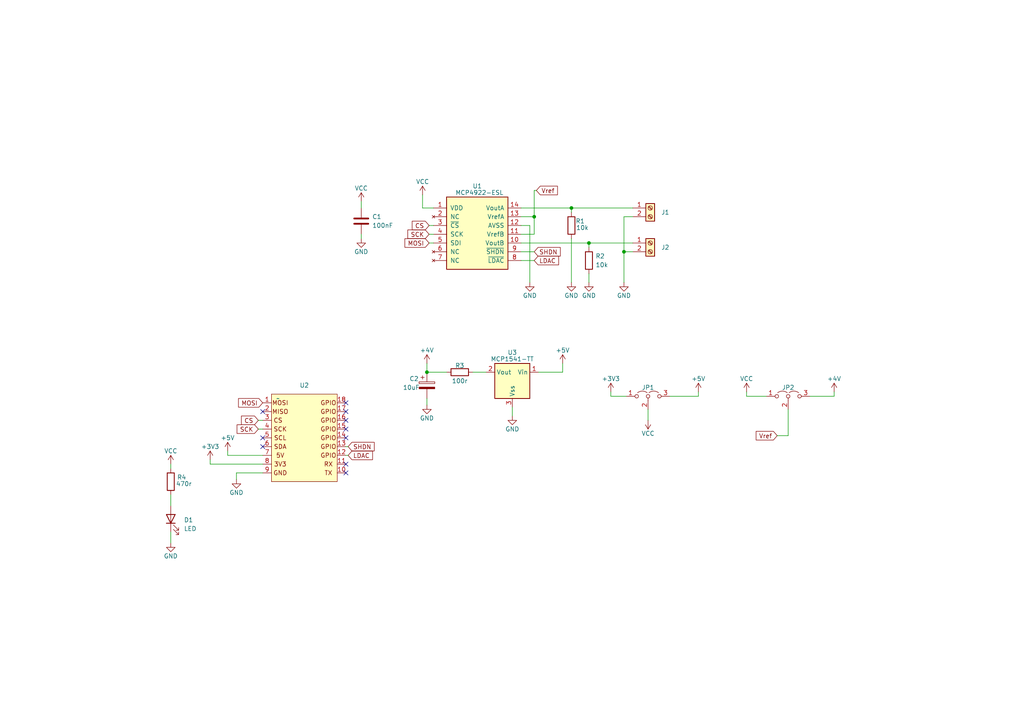
<source format=kicad_sch>
(kicad_sch (version 20230121) (generator eeschema)

  (uuid 1e7ec760-755b-490b-9b18-12ee68b3eef0)

  (paper "A4")

  (lib_symbols
    (symbol "Analog_DAC:MCP4922-ESL" (pin_names (offset 1.016)) (in_bom yes) (on_board yes)
      (property "Reference" "U1" (at -4.445 4.445 0)
        (effects (font (size 1.27 1.27)))
      )
      (property "Value" "MCP4922-ESL" (at -3.81 2.54 0)
        (effects (font (size 1.27 1.27)))
      )
      (property "Footprint" "Package_SO:SOIC-14_3.9x8.7mm_P1.27mm" (at -1.905 18.415 0)
        (effects (font (size 1.27 1.27) italic) hide)
      )
      (property "Datasheet" "http://ww1.microchip.com/downloads/en/devicedoc/21897a.pdf" (at -2.54 18.415 0)
        (effects (font (size 1.27 1.27)) hide)
      )
      (property "ki_keywords" "Dual DAC 1ch 12bit SPI" (at 0 0 0)
        (effects (font (size 1.27 1.27)) hide)
      )
      (property "ki_description" "Dual 12-bit Digital to Analog Converter, SPI Interface, SOIC-14" (at 0 0 0)
        (effects (font (size 1.27 1.27)) hide)
      )
      (property "ki_fp_filters" "DIP* PDIP* SO* SOIC* TSSOP*" (at 0 0 0)
        (effects (font (size 1.27 1.27)) hide)
      )
      (symbol "MCP4922-ESL_0_1"
        (polyline
          (pts
            (xy -13.335 1.27)
            (xy 4.445 1.27)
            (xy 4.445 -7.62)
            (xy 4.445 -19.685)
            (xy -13.335 -19.685)
            (xy -13.335 1.27)
          )
          (stroke (width 0.254) (type default))
          (fill (type background))
        )
      )
      (symbol "MCP4922-ESL_1_1"
        (pin power_in line (at -17.145 -1.905 0) (length 3.81)
          (name "VDD" (effects (font (size 1.27 1.27))))
          (number "1" (effects (font (size 1.27 1.27))))
        )
        (pin passive line (at 8.255 -12.065 180) (length 3.81)
          (name "VoutB" (effects (font (size 1.27 1.27))))
          (number "10" (effects (font (size 1.27 1.27))))
        )
        (pin passive line (at 8.255 -9.525 180) (length 3.81)
          (name "VrefB" (effects (font (size 1.27 1.27))))
          (number "11" (effects (font (size 1.27 1.27))))
        )
        (pin power_in line (at 8.255 -6.985 180) (length 3.81)
          (name "AVSS" (effects (font (size 1.27 1.27))))
          (number "12" (effects (font (size 1.27 1.27))))
        )
        (pin passive line (at 8.255 -4.445 180) (length 3.81)
          (name "VrefA" (effects (font (size 1.27 1.27))))
          (number "13" (effects (font (size 1.27 1.27))))
        )
        (pin passive line (at 8.255 -1.905 180) (length 3.81)
          (name "VoutA" (effects (font (size 1.27 1.27))))
          (number "14" (effects (font (size 1.27 1.27))))
        )
        (pin no_connect line (at -17.145 -4.445 0) (length 3.81)
          (name "NC" (effects (font (size 1.27 1.27))))
          (number "2" (effects (font (size 1.27 1.27))))
        )
        (pin input line (at -17.145 -6.985 0) (length 3.81)
          (name "~{CS}" (effects (font (size 1.27 1.27))))
          (number "3" (effects (font (size 1.27 1.27))))
        )
        (pin input line (at -17.145 -9.525 0) (length 3.81)
          (name "SCK" (effects (font (size 1.27 1.27))))
          (number "4" (effects (font (size 1.27 1.27))))
        )
        (pin input line (at -17.145 -12.065 0) (length 3.81)
          (name "SDI" (effects (font (size 1.27 1.27))))
          (number "5" (effects (font (size 1.27 1.27))))
        )
        (pin no_connect line (at -17.145 -14.605 0) (length 3.81)
          (name "NC" (effects (font (size 1.27 1.27))))
          (number "6" (effects (font (size 1.27 1.27))))
        )
        (pin no_connect line (at -17.145 -17.145 0) (length 3.81)
          (name "NC" (effects (font (size 1.27 1.27))))
          (number "7" (effects (font (size 1.27 1.27))))
        )
        (pin input line (at 8.255 -17.145 180) (length 3.81)
          (name "~{LDAC}" (effects (font (size 1.27 1.27))))
          (number "8" (effects (font (size 1.27 1.27))))
        )
        (pin input line (at 8.255 -14.605 180) (length 3.81)
          (name "~{SHDN}" (effects (font (size 1.27 1.27))))
          (number "9" (effects (font (size 1.27 1.27))))
        )
      )
    )
    (symbol "Connector:Screw_Terminal_01x02" (pin_names (offset 1.016) hide) (in_bom yes) (on_board yes)
      (property "Reference" "J" (at 0 2.54 0)
        (effects (font (size 1.27 1.27)))
      )
      (property "Value" "Screw_Terminal_01x02" (at 0 -5.08 0)
        (effects (font (size 1.27 1.27)))
      )
      (property "Footprint" "" (at 0 0 0)
        (effects (font (size 1.27 1.27)) hide)
      )
      (property "Datasheet" "~" (at 0 0 0)
        (effects (font (size 1.27 1.27)) hide)
      )
      (property "ki_keywords" "screw terminal" (at 0 0 0)
        (effects (font (size 1.27 1.27)) hide)
      )
      (property "ki_description" "Generic screw terminal, single row, 01x02, script generated (kicad-library-utils/schlib/autogen/connector/)" (at 0 0 0)
        (effects (font (size 1.27 1.27)) hide)
      )
      (property "ki_fp_filters" "TerminalBlock*:*" (at 0 0 0)
        (effects (font (size 1.27 1.27)) hide)
      )
      (symbol "Screw_Terminal_01x02_1_1"
        (rectangle (start -1.27 1.27) (end 1.27 -3.81)
          (stroke (width 0.254) (type default))
          (fill (type background))
        )
        (circle (center 0 -2.54) (radius 0.635)
          (stroke (width 0.1524) (type default))
          (fill (type none))
        )
        (polyline
          (pts
            (xy -0.5334 -2.2098)
            (xy 0.3302 -3.048)
          )
          (stroke (width 0.1524) (type default))
          (fill (type none))
        )
        (polyline
          (pts
            (xy -0.5334 0.3302)
            (xy 0.3302 -0.508)
          )
          (stroke (width 0.1524) (type default))
          (fill (type none))
        )
        (polyline
          (pts
            (xy -0.3556 -2.032)
            (xy 0.508 -2.8702)
          )
          (stroke (width 0.1524) (type default))
          (fill (type none))
        )
        (polyline
          (pts
            (xy -0.3556 0.508)
            (xy 0.508 -0.3302)
          )
          (stroke (width 0.1524) (type default))
          (fill (type none))
        )
        (circle (center 0 0) (radius 0.635)
          (stroke (width 0.1524) (type default))
          (fill (type none))
        )
        (pin passive line (at -5.08 0 0) (length 3.81)
          (name "Pin_1" (effects (font (size 1.27 1.27))))
          (number "1" (effects (font (size 1.27 1.27))))
        )
        (pin passive line (at -5.08 -2.54 0) (length 3.81)
          (name "Pin_2" (effects (font (size 1.27 1.27))))
          (number "2" (effects (font (size 1.27 1.27))))
        )
      )
    )
    (symbol "Device:C" (pin_numbers hide) (pin_names (offset 0.254)) (in_bom yes) (on_board yes)
      (property "Reference" "C" (at 0.635 2.54 0)
        (effects (font (size 1.27 1.27)) (justify left))
      )
      (property "Value" "C" (at 0.635 -2.54 0)
        (effects (font (size 1.27 1.27)) (justify left))
      )
      (property "Footprint" "" (at 0.9652 -3.81 0)
        (effects (font (size 1.27 1.27)) hide)
      )
      (property "Datasheet" "~" (at 0 0 0)
        (effects (font (size 1.27 1.27)) hide)
      )
      (property "ki_keywords" "cap capacitor" (at 0 0 0)
        (effects (font (size 1.27 1.27)) hide)
      )
      (property "ki_description" "Unpolarized capacitor" (at 0 0 0)
        (effects (font (size 1.27 1.27)) hide)
      )
      (property "ki_fp_filters" "C_*" (at 0 0 0)
        (effects (font (size 1.27 1.27)) hide)
      )
      (symbol "C_0_1"
        (polyline
          (pts
            (xy -2.032 -0.762)
            (xy 2.032 -0.762)
          )
          (stroke (width 0.508) (type default))
          (fill (type none))
        )
        (polyline
          (pts
            (xy -2.032 0.762)
            (xy 2.032 0.762)
          )
          (stroke (width 0.508) (type default))
          (fill (type none))
        )
      )
      (symbol "C_1_1"
        (pin passive line (at 0 3.81 270) (length 2.794)
          (name "~" (effects (font (size 1.27 1.27))))
          (number "1" (effects (font (size 1.27 1.27))))
        )
        (pin passive line (at 0 -3.81 90) (length 2.794)
          (name "~" (effects (font (size 1.27 1.27))))
          (number "2" (effects (font (size 1.27 1.27))))
        )
      )
    )
    (symbol "Device:C_Polarized" (pin_numbers hide) (pin_names (offset 0.254)) (in_bom yes) (on_board yes)
      (property "Reference" "C" (at 0.635 2.54 0)
        (effects (font (size 1.27 1.27)) (justify left))
      )
      (property "Value" "C_Polarized" (at 0.635 -2.54 0)
        (effects (font (size 1.27 1.27)) (justify left))
      )
      (property "Footprint" "" (at 0.9652 -3.81 0)
        (effects (font (size 1.27 1.27)) hide)
      )
      (property "Datasheet" "~" (at 0 0 0)
        (effects (font (size 1.27 1.27)) hide)
      )
      (property "ki_keywords" "cap capacitor" (at 0 0 0)
        (effects (font (size 1.27 1.27)) hide)
      )
      (property "ki_description" "Polarized capacitor" (at 0 0 0)
        (effects (font (size 1.27 1.27)) hide)
      )
      (property "ki_fp_filters" "CP_*" (at 0 0 0)
        (effects (font (size 1.27 1.27)) hide)
      )
      (symbol "C_Polarized_0_1"
        (rectangle (start -2.286 0.508) (end 2.286 1.016)
          (stroke (width 0) (type default))
          (fill (type none))
        )
        (polyline
          (pts
            (xy -1.778 2.286)
            (xy -0.762 2.286)
          )
          (stroke (width 0) (type default))
          (fill (type none))
        )
        (polyline
          (pts
            (xy -1.27 2.794)
            (xy -1.27 1.778)
          )
          (stroke (width 0) (type default))
          (fill (type none))
        )
        (rectangle (start 2.286 -0.508) (end -2.286 -1.016)
          (stroke (width 0) (type default))
          (fill (type outline))
        )
      )
      (symbol "C_Polarized_1_1"
        (pin passive line (at 0 3.81 270) (length 2.794)
          (name "~" (effects (font (size 1.27 1.27))))
          (number "1" (effects (font (size 1.27 1.27))))
        )
        (pin passive line (at 0 -3.81 90) (length 2.794)
          (name "~" (effects (font (size 1.27 1.27))))
          (number "2" (effects (font (size 1.27 1.27))))
        )
      )
    )
    (symbol "Device:LED" (pin_numbers hide) (pin_names (offset 1.016) hide) (in_bom yes) (on_board yes)
      (property "Reference" "D" (at 0 2.54 0)
        (effects (font (size 1.27 1.27)))
      )
      (property "Value" "LED" (at 0 -2.54 0)
        (effects (font (size 1.27 1.27)))
      )
      (property "Footprint" "" (at 0 0 0)
        (effects (font (size 1.27 1.27)) hide)
      )
      (property "Datasheet" "~" (at 0 0 0)
        (effects (font (size 1.27 1.27)) hide)
      )
      (property "ki_keywords" "LED diode" (at 0 0 0)
        (effects (font (size 1.27 1.27)) hide)
      )
      (property "ki_description" "Light emitting diode" (at 0 0 0)
        (effects (font (size 1.27 1.27)) hide)
      )
      (property "ki_fp_filters" "LED* LED_SMD:* LED_THT:*" (at 0 0 0)
        (effects (font (size 1.27 1.27)) hide)
      )
      (symbol "LED_0_1"
        (polyline
          (pts
            (xy -1.27 -1.27)
            (xy -1.27 1.27)
          )
          (stroke (width 0.254) (type default))
          (fill (type none))
        )
        (polyline
          (pts
            (xy -1.27 0)
            (xy 1.27 0)
          )
          (stroke (width 0) (type default))
          (fill (type none))
        )
        (polyline
          (pts
            (xy 1.27 -1.27)
            (xy 1.27 1.27)
            (xy -1.27 0)
            (xy 1.27 -1.27)
          )
          (stroke (width 0.254) (type default))
          (fill (type none))
        )
        (polyline
          (pts
            (xy -3.048 -0.762)
            (xy -4.572 -2.286)
            (xy -3.81 -2.286)
            (xy -4.572 -2.286)
            (xy -4.572 -1.524)
          )
          (stroke (width 0) (type default))
          (fill (type none))
        )
        (polyline
          (pts
            (xy -1.778 -0.762)
            (xy -3.302 -2.286)
            (xy -2.54 -2.286)
            (xy -3.302 -2.286)
            (xy -3.302 -1.524)
          )
          (stroke (width 0) (type default))
          (fill (type none))
        )
      )
      (symbol "LED_1_1"
        (pin passive line (at -3.81 0 0) (length 2.54)
          (name "K" (effects (font (size 1.27 1.27))))
          (number "1" (effects (font (size 1.27 1.27))))
        )
        (pin passive line (at 3.81 0 180) (length 2.54)
          (name "A" (effects (font (size 1.27 1.27))))
          (number "2" (effects (font (size 1.27 1.27))))
        )
      )
    )
    (symbol "Device:R" (pin_numbers hide) (pin_names (offset 0)) (in_bom yes) (on_board yes)
      (property "Reference" "R" (at 2.032 0 90)
        (effects (font (size 1.27 1.27)))
      )
      (property "Value" "R" (at 0 0 90)
        (effects (font (size 1.27 1.27)))
      )
      (property "Footprint" "" (at -1.778 0 90)
        (effects (font (size 1.27 1.27)) hide)
      )
      (property "Datasheet" "~" (at 0 0 0)
        (effects (font (size 1.27 1.27)) hide)
      )
      (property "ki_keywords" "R res resistor" (at 0 0 0)
        (effects (font (size 1.27 1.27)) hide)
      )
      (property "ki_description" "Resistor" (at 0 0 0)
        (effects (font (size 1.27 1.27)) hide)
      )
      (property "ki_fp_filters" "R_*" (at 0 0 0)
        (effects (font (size 1.27 1.27)) hide)
      )
      (symbol "R_0_1"
        (rectangle (start -1.016 -2.54) (end 1.016 2.54)
          (stroke (width 0.254) (type default))
          (fill (type none))
        )
      )
      (symbol "R_1_1"
        (pin passive line (at 0 3.81 270) (length 1.27)
          (name "~" (effects (font (size 1.27 1.27))))
          (number "1" (effects (font (size 1.27 1.27))))
        )
        (pin passive line (at 0 -3.81 90) (length 1.27)
          (name "~" (effects (font (size 1.27 1.27))))
          (number "2" (effects (font (size 1.27 1.27))))
        )
      )
    )
    (symbol "Jumper:Jumper_3_Open" (pin_names (offset 0) hide) (in_bom yes) (on_board yes)
      (property "Reference" "JP" (at -2.54 -2.54 0)
        (effects (font (size 1.27 1.27)))
      )
      (property "Value" "Jumper_3_Open" (at 0 2.794 0)
        (effects (font (size 1.27 1.27)))
      )
      (property "Footprint" "" (at 0 0 0)
        (effects (font (size 1.27 1.27)) hide)
      )
      (property "Datasheet" "~" (at 0 0 0)
        (effects (font (size 1.27 1.27)) hide)
      )
      (property "ki_keywords" "Jumper SPDT" (at 0 0 0)
        (effects (font (size 1.27 1.27)) hide)
      )
      (property "ki_description" "Jumper, 3-pole, both open" (at 0 0 0)
        (effects (font (size 1.27 1.27)) hide)
      )
      (property "ki_fp_filters" "Jumper* TestPoint*3Pads* TestPoint*Bridge*" (at 0 0 0)
        (effects (font (size 1.27 1.27)) hide)
      )
      (symbol "Jumper_3_Open_0_0"
        (circle (center -3.302 0) (radius 0.508)
          (stroke (width 0) (type default))
          (fill (type none))
        )
        (circle (center 0 0) (radius 0.508)
          (stroke (width 0) (type default))
          (fill (type none))
        )
        (circle (center 3.302 0) (radius 0.508)
          (stroke (width 0) (type default))
          (fill (type none))
        )
      )
      (symbol "Jumper_3_Open_0_1"
        (arc (start -0.254 1.016) (mid -1.651 1.4992) (end -3.048 1.016)
          (stroke (width 0) (type default))
          (fill (type none))
        )
        (polyline
          (pts
            (xy 0 -0.508)
            (xy 0 -1.27)
          )
          (stroke (width 0) (type default))
          (fill (type none))
        )
        (arc (start 3.048 1.016) (mid 1.651 1.4992) (end 0.254 1.016)
          (stroke (width 0) (type default))
          (fill (type none))
        )
      )
      (symbol "Jumper_3_Open_1_1"
        (pin passive line (at -6.35 0 0) (length 2.54)
          (name "A" (effects (font (size 1.27 1.27))))
          (number "1" (effects (font (size 1.27 1.27))))
        )
        (pin passive line (at 0 -3.81 90) (length 2.54)
          (name "C" (effects (font (size 1.27 1.27))))
          (number "2" (effects (font (size 1.27 1.27))))
        )
        (pin passive line (at 6.35 0 180) (length 2.54)
          (name "B" (effects (font (size 1.27 1.27))))
          (number "3" (effects (font (size 1.27 1.27))))
        )
      )
    )
    (symbol "Reference_Voltage:MCP1541-TT" (in_bom yes) (on_board yes)
      (property "Reference" "U3" (at -7.62 0 90)
        (effects (font (size 1.27 1.27)))
      )
      (property "Value" "MCP1541-TT" (at -5.08 0 90)
        (effects (font (size 1.27 1.27)))
      )
      (property "Footprint" "Package_TO_SOT_SMD:SOT-23" (at 0.635 -6.35 0)
        (effects (font (size 1.27 1.27) italic) (justify left) hide)
      )
      (property "Datasheet" "http://ww1.microchip.com/downloads/en/devicedoc/21653b.pdf" (at 0 0 0)
        (effects (font (size 1.27 1.27) italic) hide)
      )
      (property "ki_keywords" "Voltage Reference 4.096V" (at 0 0 0)
        (effects (font (size 1.27 1.27)) hide)
      )
      (property "ki_description" "4.096V Voltage Reference, SOT-23" (at 0 0 0)
        (effects (font (size 1.27 1.27)) hide)
      )
      (property "ki_fp_filters" "SOT?23*" (at 0 0 0)
        (effects (font (size 1.27 1.27)) hide)
      )
      (symbol "MCP1541-TT_0_1"
        (rectangle (start -2.54 5.08) (end 7.62 -5.08)
          (stroke (width 0.254) (type default))
          (fill (type background))
        )
      )
      (symbol "MCP1541-TT_1_1"
        (pin power_in line (at 0 7.62 270) (length 2.54)
          (name "Vin" (effects (font (size 1.27 1.27))))
          (number "1" (effects (font (size 1.27 1.27))))
        )
        (pin power_out line (at 0 -7.62 90) (length 2.54)
          (name "Vout" (effects (font (size 1.27 1.27))))
          (number "2" (effects (font (size 1.27 1.27))))
        )
        (pin power_in line (at 10.16 0 180) (length 2.54)
          (name "Vss" (effects (font (size 1.27 1.27))))
          (number "3" (effects (font (size 1.27 1.27))))
        )
      )
    )
    (symbol "moduler_pin:air" (in_bom yes) (on_board yes)
      (property "Reference" "U" (at 7.62 2.54 0)
        (effects (font (size 1.27 1.27)))
      )
      (property "Value" "" (at 0 0 0)
        (effects (font (size 1.27 1.27)))
      )
      (property "Footprint" "" (at 0 0 0)
        (effects (font (size 1.27 1.27)) hide)
      )
      (property "Datasheet" "" (at 0 0 0)
        (effects (font (size 1.27 1.27)) hide)
      )
      (symbol "air_1_1"
        (rectangle (start -1.905 1.27) (end 17.145 -24.13)
          (stroke (width 0) (type default))
          (fill (type background))
        )
        (text "3V3" (at 0.635 -19.05 0)
          (effects (font (size 1.27 1.27)))
        )
        (text "5V" (at 0.635 -16.51 0)
          (effects (font (size 1.27 1.27)))
        )
        (text "CS" (at 0 -6.35 0)
          (effects (font (size 1.27 1.27)))
        )
        (text "GND" (at 0.635 -21.59 0)
          (effects (font (size 1.27 1.27)))
        )
        (text "GPIO" (at 14.605 -16.51 0)
          (effects (font (size 1.27 1.27)))
        )
        (text "GPIO" (at 14.605 -13.97 0)
          (effects (font (size 1.27 1.27)))
        )
        (text "GPIO" (at 14.605 -11.43 0)
          (effects (font (size 1.27 1.27)))
        )
        (text "GPIO" (at 14.605 -8.89 0)
          (effects (font (size 1.27 1.27)))
        )
        (text "GPIO" (at 14.605 -6.35 0)
          (effects (font (size 1.27 1.27)))
        )
        (text "GPIO" (at 14.605 -3.81 0)
          (effects (font (size 1.27 1.27)))
        )
        (text "GPIO" (at 14.605 -1.27 0)
          (effects (font (size 1.27 1.27)))
        )
        (text "MISO" (at 0.635 -3.81 0)
          (effects (font (size 1.27 1.27)))
        )
        (text "MOSI" (at 0.635 -1.27 0)
          (effects (font (size 1.27 1.27)))
        )
        (text "RX" (at 14.605 -19.05 0)
          (effects (font (size 1.27 1.27)))
        )
        (text "SCK" (at 0.635 -8.89 0)
          (effects (font (size 1.27 1.27)))
        )
        (text "SCL" (at 0.635 -11.43 0)
          (effects (font (size 1.27 1.27)))
        )
        (text "SDA" (at 0.635 -13.97 0)
          (effects (font (size 1.27 1.27)))
        )
        (text "TX" (at 14.605 -21.59 0)
          (effects (font (size 1.27 1.27)))
        )
        (pin input line (at -4.445 -1.27 0) (length 2.54)
          (name "" (effects (font (size 1.27 1.27))))
          (number "1" (effects (font (size 1.27 1.27))))
        )
        (pin input line (at 19.685 -21.59 180) (length 2.54)
          (name "" (effects (font (size 1.27 1.27))))
          (number "10" (effects (font (size 1.27 1.27))))
        )
        (pin input line (at 19.685 -19.05 180) (length 2.54)
          (name "" (effects (font (size 1.27 1.27))))
          (number "11" (effects (font (size 1.27 1.27))))
        )
        (pin input line (at 19.685 -16.51 180) (length 2.54)
          (name "" (effects (font (size 1.27 1.27))))
          (number "12" (effects (font (size 1.27 1.27))))
        )
        (pin input line (at 19.685 -13.97 180) (length 2.54)
          (name "" (effects (font (size 1.27 1.27))))
          (number "13" (effects (font (size 1.27 1.27))))
        )
        (pin input line (at 19.685 -11.43 180) (length 2.54)
          (name "" (effects (font (size 1.27 1.27))))
          (number "14" (effects (font (size 1.27 1.27))))
        )
        (pin input line (at 19.685 -8.89 180) (length 2.54)
          (name "" (effects (font (size 1.27 1.27))))
          (number "15" (effects (font (size 1.27 1.27))))
        )
        (pin input line (at 19.685 -6.35 180) (length 2.54)
          (name "" (effects (font (size 1.27 1.27))))
          (number "16" (effects (font (size 1.27 1.27))))
        )
        (pin input line (at 19.685 -3.81 180) (length 2.54)
          (name "" (effects (font (size 1.27 1.27))))
          (number "17" (effects (font (size 1.27 1.27))))
        )
        (pin input line (at 19.685 -1.27 180) (length 2.54)
          (name "" (effects (font (size 1.27 1.27))))
          (number "18" (effects (font (size 1.27 1.27))))
        )
        (pin input line (at -4.445 -3.81 0) (length 2.54)
          (name "" (effects (font (size 1.27 1.27))))
          (number "2" (effects (font (size 1.27 1.27))))
        )
        (pin input line (at -4.445 -6.35 0) (length 2.54)
          (name "" (effects (font (size 1.27 1.27))))
          (number "3" (effects (font (size 1.27 1.27))))
        )
        (pin input line (at -4.445 -8.89 0) (length 2.54)
          (name "" (effects (font (size 1.27 1.27))))
          (number "4" (effects (font (size 1.27 1.27))))
        )
        (pin input line (at -4.445 -11.43 0) (length 2.54)
          (name "" (effects (font (size 1.27 1.27))))
          (number "5" (effects (font (size 1.27 1.27))))
        )
        (pin input line (at -4.445 -13.97 0) (length 2.54)
          (name "" (effects (font (size 1.27 1.27))))
          (number "6" (effects (font (size 1.27 1.27))))
        )
        (pin input line (at -4.445 -16.51 0) (length 2.54)
          (name "" (effects (font (size 1.27 1.27))))
          (number "7" (effects (font (size 1.27 1.27))))
        )
        (pin input line (at -4.445 -19.05 0) (length 2.54)
          (name "" (effects (font (size 1.27 1.27))))
          (number "8" (effects (font (size 1.27 1.27))))
        )
        (pin input line (at -4.445 -21.59 0) (length 2.54)
          (name "" (effects (font (size 1.27 1.27))))
          (number "9" (effects (font (size 1.27 1.27))))
        )
      )
    )
    (symbol "power:+3V3" (power) (pin_names (offset 0)) (in_bom yes) (on_board yes)
      (property "Reference" "#PWR" (at 0 -3.81 0)
        (effects (font (size 1.27 1.27)) hide)
      )
      (property "Value" "+3V3" (at 0 3.556 0)
        (effects (font (size 1.27 1.27)))
      )
      (property "Footprint" "" (at 0 0 0)
        (effects (font (size 1.27 1.27)) hide)
      )
      (property "Datasheet" "" (at 0 0 0)
        (effects (font (size 1.27 1.27)) hide)
      )
      (property "ki_keywords" "global power" (at 0 0 0)
        (effects (font (size 1.27 1.27)) hide)
      )
      (property "ki_description" "Power symbol creates a global label with name \"+3V3\"" (at 0 0 0)
        (effects (font (size 1.27 1.27)) hide)
      )
      (symbol "+3V3_0_1"
        (polyline
          (pts
            (xy -0.762 1.27)
            (xy 0 2.54)
          )
          (stroke (width 0) (type default))
          (fill (type none))
        )
        (polyline
          (pts
            (xy 0 0)
            (xy 0 2.54)
          )
          (stroke (width 0) (type default))
          (fill (type none))
        )
        (polyline
          (pts
            (xy 0 2.54)
            (xy 0.762 1.27)
          )
          (stroke (width 0) (type default))
          (fill (type none))
        )
      )
      (symbol "+3V3_1_1"
        (pin power_in line (at 0 0 90) (length 0) hide
          (name "+3V3" (effects (font (size 1.27 1.27))))
          (number "1" (effects (font (size 1.27 1.27))))
        )
      )
    )
    (symbol "power:+4V" (power) (pin_names (offset 0)) (in_bom yes) (on_board yes)
      (property "Reference" "#PWR016" (at 0 -3.81 0)
        (effects (font (size 1.27 1.27)) hide)
      )
      (property "Value" "+4.09V" (at 0 4.445 0)
        (effects (font (size 1.27 1.27)))
      )
      (property "Footprint" "" (at 0 0 0)
        (effects (font (size 1.27 1.27)) hide)
      )
      (property "Datasheet" "" (at 0 0 0)
        (effects (font (size 1.27 1.27)) hide)
      )
      (property "ki_keywords" "global power" (at 0 0 0)
        (effects (font (size 1.27 1.27)) hide)
      )
      (property "ki_description" "Power symbol creates a global label with name \"+4V\"" (at 0 0 0)
        (effects (font (size 1.27 1.27)) hide)
      )
      (symbol "+4V_0_1"
        (polyline
          (pts
            (xy -0.762 1.27)
            (xy 0 2.54)
          )
          (stroke (width 0) (type default))
          (fill (type none))
        )
        (polyline
          (pts
            (xy 0 0)
            (xy 0 2.54)
          )
          (stroke (width 0) (type default))
          (fill (type none))
        )
        (polyline
          (pts
            (xy 0 2.54)
            (xy 0.762 1.27)
          )
          (stroke (width 0) (type default))
          (fill (type none))
        )
      )
      (symbol "+4V_1_1"
        (pin power_in line (at 0 0 90) (length 0) hide
          (name "+4V" (effects (font (size 1.27 1.27))))
          (number "1" (effects (font (size 1.27 1.27))))
        )
      )
    )
    (symbol "power:+5V" (power) (pin_names (offset 0)) (in_bom yes) (on_board yes)
      (property "Reference" "#PWR" (at 0 -3.81 0)
        (effects (font (size 1.27 1.27)) hide)
      )
      (property "Value" "+5V" (at 0 3.556 0)
        (effects (font (size 1.27 1.27)))
      )
      (property "Footprint" "" (at 0 0 0)
        (effects (font (size 1.27 1.27)) hide)
      )
      (property "Datasheet" "" (at 0 0 0)
        (effects (font (size 1.27 1.27)) hide)
      )
      (property "ki_keywords" "global power" (at 0 0 0)
        (effects (font (size 1.27 1.27)) hide)
      )
      (property "ki_description" "Power symbol creates a global label with name \"+5V\"" (at 0 0 0)
        (effects (font (size 1.27 1.27)) hide)
      )
      (symbol "+5V_0_1"
        (polyline
          (pts
            (xy -0.762 1.27)
            (xy 0 2.54)
          )
          (stroke (width 0) (type default))
          (fill (type none))
        )
        (polyline
          (pts
            (xy 0 0)
            (xy 0 2.54)
          )
          (stroke (width 0) (type default))
          (fill (type none))
        )
        (polyline
          (pts
            (xy 0 2.54)
            (xy 0.762 1.27)
          )
          (stroke (width 0) (type default))
          (fill (type none))
        )
      )
      (symbol "+5V_1_1"
        (pin power_in line (at 0 0 90) (length 0) hide
          (name "+5V" (effects (font (size 1.27 1.27))))
          (number "1" (effects (font (size 1.27 1.27))))
        )
      )
    )
    (symbol "power:GND" (power) (pin_names (offset 0)) (in_bom yes) (on_board yes)
      (property "Reference" "#PWR" (at 0 -6.35 0)
        (effects (font (size 1.27 1.27)) hide)
      )
      (property "Value" "GND" (at 0 -3.81 0)
        (effects (font (size 1.27 1.27)))
      )
      (property "Footprint" "" (at 0 0 0)
        (effects (font (size 1.27 1.27)) hide)
      )
      (property "Datasheet" "" (at 0 0 0)
        (effects (font (size 1.27 1.27)) hide)
      )
      (property "ki_keywords" "global power" (at 0 0 0)
        (effects (font (size 1.27 1.27)) hide)
      )
      (property "ki_description" "Power symbol creates a global label with name \"GND\" , ground" (at 0 0 0)
        (effects (font (size 1.27 1.27)) hide)
      )
      (symbol "GND_0_1"
        (polyline
          (pts
            (xy 0 0)
            (xy 0 -1.27)
            (xy 1.27 -1.27)
            (xy 0 -2.54)
            (xy -1.27 -1.27)
            (xy 0 -1.27)
          )
          (stroke (width 0) (type default))
          (fill (type none))
        )
      )
      (symbol "GND_1_1"
        (pin power_in line (at 0 0 270) (length 0) hide
          (name "GND" (effects (font (size 1.27 1.27))))
          (number "1" (effects (font (size 1.27 1.27))))
        )
      )
    )
    (symbol "power:VCC" (power) (pin_names (offset 0)) (in_bom yes) (on_board yes)
      (property "Reference" "#PWR" (at 0 -3.81 0)
        (effects (font (size 1.27 1.27)) hide)
      )
      (property "Value" "VCC" (at 0 3.81 0)
        (effects (font (size 1.27 1.27)))
      )
      (property "Footprint" "" (at 0 0 0)
        (effects (font (size 1.27 1.27)) hide)
      )
      (property "Datasheet" "" (at 0 0 0)
        (effects (font (size 1.27 1.27)) hide)
      )
      (property "ki_keywords" "global power" (at 0 0 0)
        (effects (font (size 1.27 1.27)) hide)
      )
      (property "ki_description" "Power symbol creates a global label with name \"VCC\"" (at 0 0 0)
        (effects (font (size 1.27 1.27)) hide)
      )
      (symbol "VCC_0_1"
        (polyline
          (pts
            (xy -0.762 1.27)
            (xy 0 2.54)
          )
          (stroke (width 0) (type default))
          (fill (type none))
        )
        (polyline
          (pts
            (xy 0 0)
            (xy 0 2.54)
          )
          (stroke (width 0) (type default))
          (fill (type none))
        )
        (polyline
          (pts
            (xy 0 2.54)
            (xy 0.762 1.27)
          )
          (stroke (width 0) (type default))
          (fill (type none))
        )
      )
      (symbol "VCC_1_1"
        (pin power_in line (at 0 0 90) (length 0) hide
          (name "VCC" (effects (font (size 1.27 1.27))))
          (number "1" (effects (font (size 1.27 1.27))))
        )
      )
    )
  )

  (junction (at 170.815 70.485) (diameter 0) (color 0 0 0 0)
    (uuid 1214e0f2-1632-4925-ae94-fc9d842c23d4)
  )
  (junction (at 165.735 60.325) (diameter 0) (color 0 0 0 0)
    (uuid 8d944f70-b38f-47dd-89e6-d66b75053a65)
  )
  (junction (at 180.975 73.025) (diameter 0) (color 0 0 0 0)
    (uuid c7b12ebe-6eca-4fc9-9549-977898ffc431)
  )
  (junction (at 154.94 62.865) (diameter 0) (color 0 0 0 0)
    (uuid da2edcdb-a9df-46fe-a15b-55903d9dd6cd)
  )
  (junction (at 123.825 107.95) (diameter 0) (color 0 0 0 0)
    (uuid e7dcf65b-5691-4ec9-8a24-0114a011e356)
  )

  (no_connect (at 100.33 121.92) (uuid 2127b852-c528-43fc-b23d-6fddbeb4960d))
  (no_connect (at 100.33 124.46) (uuid 33ff4731-28a7-4e90-a915-3fd59ffbfdaf))
  (no_connect (at 100.33 119.38) (uuid 49666dd1-218b-437a-8627-c763826bd480))
  (no_connect (at 100.33 116.84) (uuid 51cd75b7-f2bf-4eaa-9a7c-718a8f391759))
  (no_connect (at 100.33 137.16) (uuid 5de7dd62-2b64-4671-92b4-1af0724e61da))
  (no_connect (at 76.2 127) (uuid 97eb9c1f-d2fb-4714-b21b-b1699581cad6))
  (no_connect (at 100.33 134.62) (uuid 97f81dc3-3b68-4053-af66-98ed4a4e4c9a))
  (no_connect (at 100.33 127) (uuid 9f9c569a-6360-46e6-8d92-57c092e3d31e))
  (no_connect (at 76.2 119.38) (uuid d2d47abf-6a19-411c-81c6-2d250c6d7799))
  (no_connect (at 76.2 129.54) (uuid d2f32d27-fadd-4126-9ac3-2e76e4a52e99))

  (wire (pts (xy 124.46 67.945) (xy 125.73 67.945))
    (stroke (width 0) (type default))
    (uuid 03aec692-e0ca-4067-9d3b-85488372dc8a)
  )
  (wire (pts (xy 170.815 79.375) (xy 170.815 81.915))
    (stroke (width 0) (type default))
    (uuid 06714629-5985-4374-baa6-f49aca326ac5)
  )
  (wire (pts (xy 123.825 115.57) (xy 123.825 117.475))
    (stroke (width 0) (type default))
    (uuid 0ddc3fda-7d24-4b7e-bb78-982b03965226)
  )
  (wire (pts (xy 68.58 137.16) (xy 76.2 137.16))
    (stroke (width 0) (type default))
    (uuid 1003d170-7750-496c-9b9d-8544cbd4f303)
  )
  (wire (pts (xy 151.13 70.485) (xy 170.815 70.485))
    (stroke (width 0) (type default))
    (uuid 17a9dca9-a30c-46ef-b6e1-fa0cee9d8ce5)
  )
  (wire (pts (xy 183.515 62.865) (xy 180.975 62.865))
    (stroke (width 0) (type default))
    (uuid 1aac6cec-3c0b-4f97-bbbf-f313494ea56a)
  )
  (wire (pts (xy 68.58 139.065) (xy 68.58 137.16))
    (stroke (width 0) (type default))
    (uuid 21163f59-8aae-452b-ab38-ad110fb6d0e6)
  )
  (wire (pts (xy 100.965 129.54) (xy 100.33 129.54))
    (stroke (width 0) (type default))
    (uuid 269aafe0-ced7-4e4e-8c01-3947157a70da)
  )
  (wire (pts (xy 151.13 73.025) (xy 154.94 73.025))
    (stroke (width 0) (type default))
    (uuid 2708d64d-d682-4d32-a371-b9f04b899d4e)
  )
  (wire (pts (xy 151.13 67.945) (xy 154.94 67.945))
    (stroke (width 0) (type default))
    (uuid 2c238836-1665-490b-82ba-1cce8ab6f3f5)
  )
  (wire (pts (xy 216.535 113.665) (xy 216.535 114.935))
    (stroke (width 0) (type default))
    (uuid 39c05e40-118a-4662-824a-5a20ddaa26a4)
  )
  (wire (pts (xy 49.53 146.685) (xy 49.53 143.51))
    (stroke (width 0) (type default))
    (uuid 45bd15b8-7c66-4030-9dd2-a83995889653)
  )
  (wire (pts (xy 177.165 113.665) (xy 177.165 114.935))
    (stroke (width 0) (type default))
    (uuid 4737dea0-33d0-4c56-8ca1-e31f87377a28)
  )
  (wire (pts (xy 151.13 60.325) (xy 165.735 60.325))
    (stroke (width 0) (type default))
    (uuid 4863fd49-ccfb-4373-8aa8-6cb1b239f058)
  )
  (wire (pts (xy 228.6 118.745) (xy 228.6 126.365))
    (stroke (width 0) (type default))
    (uuid 49ab71ff-c614-4684-a6d6-d75e36978764)
  )
  (wire (pts (xy 153.67 65.405) (xy 153.67 81.915))
    (stroke (width 0) (type default))
    (uuid 4bbb258f-e583-43f4-9e8d-16c0d5fb5950)
  )
  (wire (pts (xy 216.535 114.935) (xy 222.25 114.935))
    (stroke (width 0) (type default))
    (uuid 4d7efab8-d8cb-4a9e-b478-6545e8c22e76)
  )
  (wire (pts (xy 66.04 132.08) (xy 76.2 132.08))
    (stroke (width 0) (type default))
    (uuid 4dd68311-5a26-4e66-8575-405e542874db)
  )
  (wire (pts (xy 202.565 114.935) (xy 202.565 113.665))
    (stroke (width 0) (type default))
    (uuid 4ee7f734-bc65-4d80-b28e-a17f67123438)
  )
  (wire (pts (xy 170.815 70.485) (xy 170.815 71.755))
    (stroke (width 0) (type default))
    (uuid 56b666a2-3d9e-4244-b829-109ea8a1a735)
  )
  (wire (pts (xy 66.04 130.81) (xy 66.04 132.08))
    (stroke (width 0) (type default))
    (uuid 58e9fd59-738a-4d98-9878-479d731d8d21)
  )
  (wire (pts (xy 100.965 132.08) (xy 100.33 132.08))
    (stroke (width 0) (type default))
    (uuid 67df910a-3a86-4418-b250-c7df39306b10)
  )
  (wire (pts (xy 180.975 73.025) (xy 183.515 73.025))
    (stroke (width 0) (type default))
    (uuid 6a025a66-608b-4858-83ba-1eb51411ea1f)
  )
  (wire (pts (xy 60.96 134.62) (xy 76.2 134.62))
    (stroke (width 0) (type default))
    (uuid 6a89aaf1-1ef4-4695-b89b-656579634f8c)
  )
  (wire (pts (xy 154.94 62.865) (xy 151.13 62.865))
    (stroke (width 0) (type default))
    (uuid 6bf9e183-7153-4400-a303-2d3c92d72839)
  )
  (wire (pts (xy 180.975 73.025) (xy 180.975 81.915))
    (stroke (width 0) (type default))
    (uuid 6ec53173-20cd-463e-943a-23ef0c6744f8)
  )
  (wire (pts (xy 60.96 133.35) (xy 60.96 134.62))
    (stroke (width 0) (type default))
    (uuid 725d1f29-2714-4905-af70-75fd7ba88cb0)
  )
  (wire (pts (xy 165.735 69.215) (xy 165.735 81.915))
    (stroke (width 0) (type default))
    (uuid 7fad1c1b-dd79-4930-ab18-a6d0a23e8f5f)
  )
  (wire (pts (xy 165.735 60.325) (xy 165.735 61.595))
    (stroke (width 0) (type default))
    (uuid 825db146-82d0-409f-81f0-c796664e08a5)
  )
  (wire (pts (xy 148.59 120.65) (xy 148.59 118.11))
    (stroke (width 0) (type default))
    (uuid 833e8a12-33dc-4cdf-8591-6221fc8948b2)
  )
  (wire (pts (xy 122.555 56.515) (xy 122.555 60.325))
    (stroke (width 0) (type default))
    (uuid 8c278570-3fe0-4aca-81f7-f6185f1d7ddb)
  )
  (wire (pts (xy 225.425 126.365) (xy 228.6 126.365))
    (stroke (width 0) (type default))
    (uuid 8c2bbe6d-5060-44e5-a6e1-a7818fd11e31)
  )
  (wire (pts (xy 124.46 70.485) (xy 125.73 70.485))
    (stroke (width 0) (type default))
    (uuid 8cbbaee3-22e7-4659-966a-2301e3c74fa5)
  )
  (wire (pts (xy 104.775 58.42) (xy 104.775 60.325))
    (stroke (width 0) (type default))
    (uuid 8e9a57c7-0aef-44ae-91fd-8eb734094b7f)
  )
  (wire (pts (xy 104.775 69.215) (xy 104.775 67.945))
    (stroke (width 0) (type default))
    (uuid 8f209142-040a-44f4-9ea6-847c555b6ffa)
  )
  (wire (pts (xy 122.555 60.325) (xy 125.73 60.325))
    (stroke (width 0) (type default))
    (uuid 96ec0e2a-7126-45d9-b0c7-3bf1a796b5a4)
  )
  (wire (pts (xy 137.16 107.95) (xy 140.97 107.95))
    (stroke (width 0) (type default))
    (uuid 9b412808-704a-41da-85e2-2d9eba675666)
  )
  (wire (pts (xy 151.13 75.565) (xy 154.94 75.565))
    (stroke (width 0) (type default))
    (uuid 9bf70293-e53c-4409-b2c4-59b4829113cc)
  )
  (wire (pts (xy 74.93 121.92) (xy 76.2 121.92))
    (stroke (width 0) (type default))
    (uuid 9ef82e82-30a0-43d9-80e7-118940ebe12f)
  )
  (wire (pts (xy 49.53 134.62) (xy 49.53 135.89))
    (stroke (width 0) (type default))
    (uuid b2ed616d-71e8-4225-a850-15f806050497)
  )
  (wire (pts (xy 123.825 107.95) (xy 129.54 107.95))
    (stroke (width 0) (type default))
    (uuid bf105906-c2b1-47e2-b147-2d23a3f934b6)
  )
  (wire (pts (xy 154.94 55.245) (xy 154.94 62.865))
    (stroke (width 0) (type default))
    (uuid c21f46ac-1104-4427-8729-46afcbfdb35f)
  )
  (wire (pts (xy 123.825 107.95) (xy 123.825 105.41))
    (stroke (width 0) (type default))
    (uuid c35d0fd7-b5dc-4b65-949a-98df63e527b5)
  )
  (wire (pts (xy 180.975 62.865) (xy 180.975 73.025))
    (stroke (width 0) (type default))
    (uuid c8521386-3b03-4468-8729-1d4662e9a255)
  )
  (wire (pts (xy 165.735 60.325) (xy 183.515 60.325))
    (stroke (width 0) (type default))
    (uuid ccc702e6-315e-4ede-998d-c18895717ef8)
  )
  (wire (pts (xy 124.46 65.405) (xy 125.73 65.405))
    (stroke (width 0) (type default))
    (uuid cd71a66a-629a-45bb-9a42-7341cd29e135)
  )
  (wire (pts (xy 151.13 65.405) (xy 153.67 65.405))
    (stroke (width 0) (type default))
    (uuid cf2a2a24-0271-4bf1-99a6-f9455af72f72)
  )
  (wire (pts (xy 194.31 114.935) (xy 202.565 114.935))
    (stroke (width 0) (type default))
    (uuid d8e67716-efc8-457d-bc18-7a95c0766373)
  )
  (wire (pts (xy 170.815 70.485) (xy 183.515 70.485))
    (stroke (width 0) (type default))
    (uuid d9077fd3-dd54-4947-826b-999394569c76)
  )
  (wire (pts (xy 154.94 67.945) (xy 154.94 62.865))
    (stroke (width 0) (type default))
    (uuid d9e28f91-84e0-4746-ad6f-8b829db340e1)
  )
  (wire (pts (xy 156.21 107.95) (xy 163.195 107.95))
    (stroke (width 0) (type default))
    (uuid dcc68179-b6df-4104-8960-500aa4636ee4)
  )
  (wire (pts (xy 49.53 157.48) (xy 49.53 154.305))
    (stroke (width 0) (type default))
    (uuid ddb831b4-6825-4c02-af18-c41110abcb85)
  )
  (wire (pts (xy 241.935 114.935) (xy 234.95 114.935))
    (stroke (width 0) (type default))
    (uuid dfe25db3-ac42-4c9f-aa3e-c495cbc77221)
  )
  (wire (pts (xy 177.165 114.935) (xy 181.61 114.935))
    (stroke (width 0) (type default))
    (uuid e27ecbed-670d-47b8-acac-a5f15b9a13e1)
  )
  (wire (pts (xy 163.195 107.95) (xy 163.195 105.41))
    (stroke (width 0) (type default))
    (uuid eb098562-65ef-44ba-8660-27e3e996dd0a)
  )
  (wire (pts (xy 154.94 55.245) (xy 155.575 55.245))
    (stroke (width 0) (type default))
    (uuid ec95be0c-9147-4694-9716-2c9ecab9d3dd)
  )
  (wire (pts (xy 187.96 121.92) (xy 187.96 118.745))
    (stroke (width 0) (type default))
    (uuid ef84ec9c-3e76-4334-87be-d6998e86f9fc)
  )
  (wire (pts (xy 241.935 113.665) (xy 241.935 114.935))
    (stroke (width 0) (type default))
    (uuid efcd4bd1-8d28-45b6-a3a8-2d3e17c03782)
  )
  (wire (pts (xy 74.93 124.46) (xy 76.2 124.46))
    (stroke (width 0) (type default))
    (uuid fabc367e-9e44-41f8-94ff-3f716bcffbc4)
  )

  (global_label "CS" (shape input) (at 124.46 65.405 180) (fields_autoplaced)
    (effects (font (size 1.27 1.27)) (justify right))
    (uuid 09991d0b-389d-4cfc-bd43-ef4b72d7c81b)
    (property "Intersheetrefs" "${INTERSHEET_REFS}" (at 119.0747 65.405 0)
      (effects (font (size 1.27 1.27)) (justify right) hide)
    )
  )
  (global_label "SCK" (shape input) (at 124.46 67.945 180) (fields_autoplaced)
    (effects (font (size 1.27 1.27)) (justify right))
    (uuid 3a85a8e9-090e-4ca2-a01f-f5eb92a6bf79)
    (property "Intersheetrefs" "${INTERSHEET_REFS}" (at 117.8047 67.945 0)
      (effects (font (size 1.27 1.27)) (justify right) hide)
    )
  )
  (global_label "LDAC" (shape input) (at 154.94 75.565 0) (fields_autoplaced)
    (effects (font (size 1.27 1.27)) (justify left))
    (uuid 4480d856-b86f-400f-9de9-cb563174fab8)
    (property "Intersheetrefs" "${INTERSHEET_REFS}" (at 162.5025 75.565 0)
      (effects (font (size 1.27 1.27)) (justify left) hide)
    )
  )
  (global_label "Vref" (shape input) (at 225.425 126.365 180) (fields_autoplaced)
    (effects (font (size 1.27 1.27)) (justify right))
    (uuid 456d9412-70d1-432d-bbd5-d64a8ad902fb)
    (property "Intersheetrefs" "${INTERSHEET_REFS}" (at 218.7507 126.365 0)
      (effects (font (size 1.27 1.27)) (justify right) hide)
    )
  )
  (global_label "CS" (shape input) (at 74.93 121.92 180) (fields_autoplaced)
    (effects (font (size 1.27 1.27)) (justify right))
    (uuid 52395ecc-d6ea-402c-9ed1-4af8e2674a61)
    (property "Intersheetrefs" "${INTERSHEET_REFS}" (at 69.5447 121.92 0)
      (effects (font (size 1.27 1.27)) (justify right) hide)
    )
  )
  (global_label "SCK" (shape input) (at 74.93 124.46 180) (fields_autoplaced)
    (effects (font (size 1.27 1.27)) (justify right))
    (uuid 72e2a553-7f14-482f-af58-7b267a8e8f39)
    (property "Intersheetrefs" "${INTERSHEET_REFS}" (at 68.2747 124.46 0)
      (effects (font (size 1.27 1.27)) (justify right) hide)
    )
  )
  (global_label "MOSI" (shape input) (at 76.2 116.84 180) (fields_autoplaced)
    (effects (font (size 1.27 1.27)) (justify right))
    (uuid 7e54d841-485f-4d3c-aa93-07a13f4b5ecf)
    (property "Intersheetrefs" "${INTERSHEET_REFS}" (at 68.698 116.84 0)
      (effects (font (size 1.27 1.27)) (justify right) hide)
    )
  )
  (global_label "LDAC" (shape input) (at 100.965 132.08 0) (fields_autoplaced)
    (effects (font (size 1.27 1.27)) (justify left))
    (uuid bfbaeb43-46e7-4ce6-98c4-6926894257ae)
    (property "Intersheetrefs" "${INTERSHEET_REFS}" (at 108.5275 132.08 0)
      (effects (font (size 1.27 1.27)) (justify left) hide)
    )
  )
  (global_label "SHDN" (shape input) (at 100.965 129.54 0) (fields_autoplaced)
    (effects (font (size 1.27 1.27)) (justify left))
    (uuid e14a08a3-c8e9-468c-a774-3f0ccfd0edaa)
    (property "Intersheetrefs" "${INTERSHEET_REFS}" (at 109.0113 129.54 0)
      (effects (font (size 1.27 1.27)) (justify left) hide)
    )
  )
  (global_label "Vref" (shape input) (at 155.575 55.245 0) (fields_autoplaced)
    (effects (font (size 1.27 1.27)) (justify left))
    (uuid e4f18996-a0a5-4e9d-bf6e-03fb09c12a1a)
    (property "Intersheetrefs" "${INTERSHEET_REFS}" (at 162.2493 55.245 0)
      (effects (font (size 1.27 1.27)) (justify left) hide)
    )
  )
  (global_label "MOSI" (shape input) (at 124.46 70.485 180) (fields_autoplaced)
    (effects (font (size 1.27 1.27)) (justify right))
    (uuid e891084b-dc3a-45d6-98c6-2af611e4590a)
    (property "Intersheetrefs" "${INTERSHEET_REFS}" (at 116.958 70.485 0)
      (effects (font (size 1.27 1.27)) (justify right) hide)
    )
  )
  (global_label "SHDN" (shape input) (at 154.94 73.025 0) (fields_autoplaced)
    (effects (font (size 1.27 1.27)) (justify left))
    (uuid f4ae73fd-798c-4ed4-a028-8edd296c8311)
    (property "Intersheetrefs" "${INTERSHEET_REFS}" (at 162.9863 73.025 0)
      (effects (font (size 1.27 1.27)) (justify left) hide)
    )
  )

  (symbol (lib_id "power:GND") (at 148.59 120.65 0) (unit 1)
    (in_bom yes) (on_board yes) (dnp no)
    (uuid 03dcab49-dc47-4dea-8be4-d1ad040ab0a1)
    (property "Reference" "#PWR013" (at 148.59 127 0)
      (effects (font (size 1.27 1.27)) hide)
    )
    (property "Value" "GND" (at 148.59 124.46 0)
      (effects (font (size 1.27 1.27)))
    )
    (property "Footprint" "" (at 148.59 120.65 0)
      (effects (font (size 1.27 1.27)) hide)
    )
    (property "Datasheet" "" (at 148.59 120.65 0)
      (effects (font (size 1.27 1.27)) hide)
    )
    (pin "1" (uuid d76b7745-99a4-4757-9659-54067e8deaee))
    (instances
      (project "0034_DAC_Module_MCP4922"
        (path "/1e7ec760-755b-490b-9b18-12ee68b3eef0"
          (reference "#PWR013") (unit 1)
        )
      )
    )
  )

  (symbol (lib_id "Reference_Voltage:MCP1541-TT") (at 148.59 107.95 270) (unit 1)
    (in_bom yes) (on_board yes) (dnp no)
    (uuid 102c0c24-fb06-4d49-b01d-8f89dd35f2ea)
    (property "Reference" "U3" (at 148.59 102.235 90)
      (effects (font (size 1.27 1.27)))
    )
    (property "Value" "MCP1541-TT" (at 148.59 104.14 90)
      (effects (font (size 1.27 1.27)))
    )
    (property "Footprint" "Package_TO_SOT_SMD:SOT-23" (at 142.24 108.585 0)
      (effects (font (size 1.27 1.27) italic) (justify left) hide)
    )
    (property "Datasheet" "http://ww1.microchip.com/downloads/en/devicedoc/21653b.pdf" (at 148.59 107.95 0)
      (effects (font (size 1.27 1.27) italic) hide)
    )
    (pin "1" (uuid 379f046c-9080-458f-8e3c-e1d67270bdbf))
    (pin "2" (uuid 4224f2a3-4e30-4a12-8233-328f35d74085))
    (pin "3" (uuid e58d7742-b058-431c-adbe-65582c9bea9f))
    (instances
      (project "0034_DAC_Module_MCP4922"
        (path "/1e7ec760-755b-490b-9b18-12ee68b3eef0"
          (reference "U3") (unit 1)
        )
      )
    )
  )

  (symbol (lib_id "power:VCC") (at 122.555 56.515 0) (unit 1)
    (in_bom yes) (on_board yes) (dnp no)
    (uuid 194d96f2-be91-470a-9d84-0f613e1e42dc)
    (property "Reference" "#PWR03" (at 122.555 60.325 0)
      (effects (font (size 1.27 1.27)) hide)
    )
    (property "Value" "VCC" (at 122.555 52.705 0)
      (effects (font (size 1.27 1.27)))
    )
    (property "Footprint" "" (at 122.555 56.515 0)
      (effects (font (size 1.27 1.27)) hide)
    )
    (property "Datasheet" "" (at 122.555 56.515 0)
      (effects (font (size 1.27 1.27)) hide)
    )
    (pin "1" (uuid cfd11ed0-4fc4-4d4e-bfe7-7a3f37aceb6a))
    (instances
      (project "0034_DAC_Module_MCP4922"
        (path "/1e7ec760-755b-490b-9b18-12ee68b3eef0"
          (reference "#PWR03") (unit 1)
        )
      )
    )
  )

  (symbol (lib_id "Connector:Screw_Terminal_01x02") (at 188.595 70.485 0) (unit 1)
    (in_bom yes) (on_board yes) (dnp no) (fields_autoplaced)
    (uuid 234c98bb-0d0d-4ae5-b8dc-dfab9f33c1e5)
    (property "Reference" "J2" (at 191.77 71.755 0)
      (effects (font (size 1.27 1.27)) (justify left))
    )
    (property "Value" "Screw_Terminal_01x02" (at 191.77 73.025 0)
      (effects (font (size 1.27 1.27)) (justify left) hide)
    )
    (property "Footprint" "Connector_PinHeader_2.54mm:PinHeader_1x02_P2.54mm_Vertical" (at 188.595 70.485 0)
      (effects (font (size 1.27 1.27)) hide)
    )
    (property "Datasheet" "~" (at 188.595 70.485 0)
      (effects (font (size 1.27 1.27)) hide)
    )
    (pin "1" (uuid 07eda2ed-f041-4e8c-9ac8-9782a796506b))
    (pin "2" (uuid 3d4783c6-333e-4979-bb24-d3e501f5b3b5))
    (instances
      (project "0034_DAC_Module_MCP4922"
        (path "/1e7ec760-755b-490b-9b18-12ee68b3eef0"
          (reference "J2") (unit 1)
        )
      )
    )
  )

  (symbol (lib_id "power:+3V3") (at 60.96 133.35 0) (unit 1)
    (in_bom yes) (on_board yes) (dnp no)
    (uuid 26dfb36c-4a90-466f-80a3-880b4592aeb7)
    (property "Reference" "#PWR011" (at 60.96 137.16 0)
      (effects (font (size 1.27 1.27)) hide)
    )
    (property "Value" "+3V3" (at 60.96 129.54 0)
      (effects (font (size 1.27 1.27)))
    )
    (property "Footprint" "" (at 60.96 133.35 0)
      (effects (font (size 1.27 1.27)) hide)
    )
    (property "Datasheet" "" (at 60.96 133.35 0)
      (effects (font (size 1.27 1.27)) hide)
    )
    (pin "1" (uuid 9ac95fd3-8b81-4d9b-af6c-7f79efd0f90a))
    (instances
      (project "0034_DAC_Module_MCP4922"
        (path "/1e7ec760-755b-490b-9b18-12ee68b3eef0"
          (reference "#PWR011") (unit 1)
        )
      )
    )
  )

  (symbol (lib_id "power:GND") (at 123.825 117.475 0) (unit 1)
    (in_bom yes) (on_board yes) (dnp no)
    (uuid 278a44ed-1c7d-494c-aa45-2e4e3ee5ebe0)
    (property "Reference" "#PWR010" (at 123.825 123.825 0)
      (effects (font (size 1.27 1.27)) hide)
    )
    (property "Value" "GND" (at 123.825 121.285 0)
      (effects (font (size 1.27 1.27)))
    )
    (property "Footprint" "" (at 123.825 117.475 0)
      (effects (font (size 1.27 1.27)) hide)
    )
    (property "Datasheet" "" (at 123.825 117.475 0)
      (effects (font (size 1.27 1.27)) hide)
    )
    (pin "1" (uuid 765a492d-32eb-4ed7-b94e-a7ca3d87c920))
    (instances
      (project "0034_DAC_Module_MCP4922"
        (path "/1e7ec760-755b-490b-9b18-12ee68b3eef0"
          (reference "#PWR010") (unit 1)
        )
      )
    )
  )

  (symbol (lib_id "power:+4V") (at 123.825 105.41 0) (unit 1)
    (in_bom yes) (on_board yes) (dnp no)
    (uuid 2fcbcaa0-b737-410f-84dc-cd7f97652a9d)
    (property "Reference" "#PWR016" (at 123.825 109.22 0)
      (effects (font (size 1.27 1.27)) hide)
    )
    (property "Value" "+4.09V" (at 123.825 101.6 0)
      (effects (font (size 1.27 1.27)))
    )
    (property "Footprint" "" (at 123.825 105.41 0)
      (effects (font (size 1.27 1.27)) hide)
    )
    (property "Datasheet" "" (at 123.825 105.41 0)
      (effects (font (size 1.27 1.27)) hide)
    )
    (pin "1" (uuid c959208e-c422-4559-aaa3-23ac4badea40))
    (instances
      (project "0034_DAC_Module_MCP4922"
        (path "/1e7ec760-755b-490b-9b18-12ee68b3eef0"
          (reference "#PWR016") (unit 1)
        )
      )
    )
  )

  (symbol (lib_id "Device:C") (at 104.775 64.135 0) (unit 1)
    (in_bom yes) (on_board yes) (dnp no) (fields_autoplaced)
    (uuid 30dc2da8-3ff9-4605-8347-916a090e7b00)
    (property "Reference" "C1" (at 107.95 62.865 0)
      (effects (font (size 1.27 1.27)) (justify left))
    )
    (property "Value" "100nF" (at 107.95 65.405 0)
      (effects (font (size 1.27 1.27)) (justify left))
    )
    (property "Footprint" "Capacitor_SMD:C_0805_2012Metric" (at 105.7402 67.945 0)
      (effects (font (size 1.27 1.27)) hide)
    )
    (property "Datasheet" "~" (at 104.775 64.135 0)
      (effects (font (size 1.27 1.27)) hide)
    )
    (pin "1" (uuid 8a2b9bdd-1047-48fc-8b52-c5cb993be116))
    (pin "2" (uuid 0e80f650-e960-47e9-b192-fbf04782cbf2))
    (instances
      (project "0034_DAC_Module_MCP4922"
        (path "/1e7ec760-755b-490b-9b18-12ee68b3eef0"
          (reference "C1") (unit 1)
        )
      )
    )
  )

  (symbol (lib_id "power:+5V") (at 66.04 130.81 0) (unit 1)
    (in_bom yes) (on_board yes) (dnp no)
    (uuid 36ee9fd6-78f0-4d56-b861-f9d9f744d339)
    (property "Reference" "#PWR014" (at 66.04 134.62 0)
      (effects (font (size 1.27 1.27)) hide)
    )
    (property "Value" "+5V" (at 66.04 127 0)
      (effects (font (size 1.27 1.27)))
    )
    (property "Footprint" "" (at 66.04 130.81 0)
      (effects (font (size 1.27 1.27)) hide)
    )
    (property "Datasheet" "" (at 66.04 130.81 0)
      (effects (font (size 1.27 1.27)) hide)
    )
    (pin "1" (uuid efaaf0cf-5fb4-4b50-95e9-fa163ba06fa5))
    (instances
      (project "0034_DAC_Module_MCP4922"
        (path "/1e7ec760-755b-490b-9b18-12ee68b3eef0"
          (reference "#PWR014") (unit 1)
        )
      )
    )
  )

  (symbol (lib_id "power:+5V") (at 202.565 113.665 0) (unit 1)
    (in_bom yes) (on_board yes) (dnp no)
    (uuid 3945e4a0-74ed-4bff-b428-6b6a790e6f42)
    (property "Reference" "#PWR017" (at 202.565 117.475 0)
      (effects (font (size 1.27 1.27)) hide)
    )
    (property "Value" "+5V" (at 202.565 109.855 0)
      (effects (font (size 1.27 1.27)))
    )
    (property "Footprint" "" (at 202.565 113.665 0)
      (effects (font (size 1.27 1.27)) hide)
    )
    (property "Datasheet" "" (at 202.565 113.665 0)
      (effects (font (size 1.27 1.27)) hide)
    )
    (pin "1" (uuid 5b3bca17-3b50-4211-b778-6e85ff5ab7b5))
    (instances
      (project "0034_DAC_Module_MCP4922"
        (path "/1e7ec760-755b-490b-9b18-12ee68b3eef0"
          (reference "#PWR017") (unit 1)
        )
      )
    )
  )

  (symbol (lib_id "Device:R") (at 133.35 107.95 90) (unit 1)
    (in_bom yes) (on_board yes) (dnp no)
    (uuid 3b3b1876-2669-4214-b035-05b46c9cd052)
    (property "Reference" "R3" (at 133.35 106.045 90)
      (effects (font (size 1.27 1.27)))
    )
    (property "Value" "100r" (at 133.35 110.49 90)
      (effects (font (size 1.27 1.27)))
    )
    (property "Footprint" "Resistor_SMD:R_0805_2012Metric" (at 133.35 109.728 90)
      (effects (font (size 1.27 1.27)) hide)
    )
    (property "Datasheet" "~" (at 133.35 107.95 0)
      (effects (font (size 1.27 1.27)) hide)
    )
    (pin "1" (uuid eb623d36-ac5f-4141-bed1-2e9b2727b551))
    (pin "2" (uuid c014d44c-0bba-48e1-82b1-7dc997893d36))
    (instances
      (project "0034_DAC_Module_MCP4922"
        (path "/1e7ec760-755b-490b-9b18-12ee68b3eef0"
          (reference "R3") (unit 1)
        )
      )
    )
  )

  (symbol (lib_id "power:GND") (at 68.58 139.065 0) (unit 1)
    (in_bom yes) (on_board yes) (dnp no)
    (uuid 43dd93d9-dd1d-4cec-b31f-57fb687c13de)
    (property "Reference" "#PWR015" (at 68.58 145.415 0)
      (effects (font (size 1.27 1.27)) hide)
    )
    (property "Value" "GND" (at 68.58 142.875 0)
      (effects (font (size 1.27 1.27)))
    )
    (property "Footprint" "" (at 68.58 139.065 0)
      (effects (font (size 1.27 1.27)) hide)
    )
    (property "Datasheet" "" (at 68.58 139.065 0)
      (effects (font (size 1.27 1.27)) hide)
    )
    (pin "1" (uuid 3628db2f-c145-4df0-adb6-fae88cf90fe2))
    (instances
      (project "0034_DAC_Module_MCP4922"
        (path "/1e7ec760-755b-490b-9b18-12ee68b3eef0"
          (reference "#PWR015") (unit 1)
        )
      )
    )
  )

  (symbol (lib_id "power:GND") (at 165.735 81.915 0) (unit 1)
    (in_bom yes) (on_board yes) (dnp no)
    (uuid 489a831e-95fa-4f84-b0b8-b152d9cf5aad)
    (property "Reference" "#PWR07" (at 165.735 88.265 0)
      (effects (font (size 1.27 1.27)) hide)
    )
    (property "Value" "GND" (at 165.735 85.725 0)
      (effects (font (size 1.27 1.27)))
    )
    (property "Footprint" "" (at 165.735 81.915 0)
      (effects (font (size 1.27 1.27)) hide)
    )
    (property "Datasheet" "" (at 165.735 81.915 0)
      (effects (font (size 1.27 1.27)) hide)
    )
    (pin "1" (uuid ceaa8355-8e83-4442-9859-70a1992599e6))
    (instances
      (project "0034_DAC_Module_MCP4922"
        (path "/1e7ec760-755b-490b-9b18-12ee68b3eef0"
          (reference "#PWR07") (unit 1)
        )
      )
    )
  )

  (symbol (lib_id "Device:R") (at 49.53 139.7 180) (unit 1)
    (in_bom yes) (on_board yes) (dnp no)
    (uuid 563dd820-e427-48c2-bcf7-e84741556eeb)
    (property "Reference" "R4" (at 52.705 138.43 0)
      (effects (font (size 1.27 1.27)))
    )
    (property "Value" "470r" (at 53.34 140.335 0)
      (effects (font (size 1.27 1.27)))
    )
    (property "Footprint" "Resistor_SMD:R_0805_2012Metric" (at 51.308 139.7 90)
      (effects (font (size 1.27 1.27)) hide)
    )
    (property "Datasheet" "~" (at 49.53 139.7 0)
      (effects (font (size 1.27 1.27)) hide)
    )
    (pin "1" (uuid 4f9fcc31-5629-400b-b8bd-80be10d220c5))
    (pin "2" (uuid 4873b1d8-c344-46af-a4e5-1201c534634e))
    (instances
      (project "0034_DAC_Module_MCP4922"
        (path "/1e7ec760-755b-490b-9b18-12ee68b3eef0"
          (reference "R4") (unit 1)
        )
      )
    )
  )

  (symbol (lib_id "Device:R") (at 165.735 65.405 180) (unit 1)
    (in_bom yes) (on_board yes) (dnp no)
    (uuid 5886e484-8a71-45e5-971a-8fefd07ab5e3)
    (property "Reference" "R1" (at 168.275 64.135 0)
      (effects (font (size 1.27 1.27)))
    )
    (property "Value" "10k" (at 168.91 66.04 0)
      (effects (font (size 1.27 1.27)))
    )
    (property "Footprint" "Resistor_SMD:R_0805_2012Metric" (at 167.513 65.405 90)
      (effects (font (size 1.27 1.27)) hide)
    )
    (property "Datasheet" "~" (at 165.735 65.405 0)
      (effects (font (size 1.27 1.27)) hide)
    )
    (pin "1" (uuid 06683e64-53b7-4935-88c0-5d3bb90a0db0))
    (pin "2" (uuid 8dfe3353-999b-4115-96ff-48034cc04cd1))
    (instances
      (project "0034_DAC_Module_MCP4922"
        (path "/1e7ec760-755b-490b-9b18-12ee68b3eef0"
          (reference "R1") (unit 1)
        )
      )
    )
  )

  (symbol (lib_id "power:GND") (at 170.815 81.915 0) (unit 1)
    (in_bom yes) (on_board yes) (dnp no)
    (uuid 59d728db-ed3d-4269-aa9a-bfd3a716f5dd)
    (property "Reference" "#PWR06" (at 170.815 88.265 0)
      (effects (font (size 1.27 1.27)) hide)
    )
    (property "Value" "GND" (at 170.815 85.725 0)
      (effects (font (size 1.27 1.27)))
    )
    (property "Footprint" "" (at 170.815 81.915 0)
      (effects (font (size 1.27 1.27)) hide)
    )
    (property "Datasheet" "" (at 170.815 81.915 0)
      (effects (font (size 1.27 1.27)) hide)
    )
    (pin "1" (uuid b8f05bef-a524-4369-b036-b5c60437809e))
    (instances
      (project "0034_DAC_Module_MCP4922"
        (path "/1e7ec760-755b-490b-9b18-12ee68b3eef0"
          (reference "#PWR06") (unit 1)
        )
      )
    )
  )

  (symbol (lib_id "Device:R") (at 170.815 75.565 0) (unit 1)
    (in_bom yes) (on_board yes) (dnp no) (fields_autoplaced)
    (uuid 797ac31f-310a-4bf5-944b-75e50cb16469)
    (property "Reference" "R2" (at 172.72 74.295 0)
      (effects (font (size 1.27 1.27)) (justify left))
    )
    (property "Value" "10k" (at 172.72 76.835 0)
      (effects (font (size 1.27 1.27)) (justify left))
    )
    (property "Footprint" "Resistor_SMD:R_0805_2012Metric" (at 169.037 75.565 90)
      (effects (font (size 1.27 1.27)) hide)
    )
    (property "Datasheet" "~" (at 170.815 75.565 0)
      (effects (font (size 1.27 1.27)) hide)
    )
    (pin "1" (uuid 9e7079b7-dfe6-4cd3-8534-e328a959bc93))
    (pin "2" (uuid 32194847-2b94-49ea-8513-fe3784c610a5))
    (instances
      (project "0034_DAC_Module_MCP4922"
        (path "/1e7ec760-755b-490b-9b18-12ee68b3eef0"
          (reference "R2") (unit 1)
        )
      )
    )
  )

  (symbol (lib_id "power:+4V") (at 241.935 113.665 0) (unit 1)
    (in_bom yes) (on_board yes) (dnp no)
    (uuid 912818a4-b3db-4264-b7e8-5327d5171a69)
    (property "Reference" "#PWR04" (at 241.935 117.475 0)
      (effects (font (size 1.27 1.27)) hide)
    )
    (property "Value" "+4.09V" (at 241.935 109.855 0)
      (effects (font (size 1.27 1.27)))
    )
    (property "Footprint" "" (at 241.935 113.665 0)
      (effects (font (size 1.27 1.27)) hide)
    )
    (property "Datasheet" "" (at 241.935 113.665 0)
      (effects (font (size 1.27 1.27)) hide)
    )
    (pin "1" (uuid c11fdbff-5ee4-436e-9db4-cf5ca81df4e5))
    (instances
      (project "0034_DAC_Module_MCP4922"
        (path "/1e7ec760-755b-490b-9b18-12ee68b3eef0"
          (reference "#PWR04") (unit 1)
        )
      )
    )
  )

  (symbol (lib_id "power:VCC") (at 187.96 121.92 180) (unit 1)
    (in_bom yes) (on_board yes) (dnp no)
    (uuid a0a21346-ff55-4f1e-85a5-8adffe9ad070)
    (property "Reference" "#PWR09" (at 187.96 118.11 0)
      (effects (font (size 1.27 1.27)) hide)
    )
    (property "Value" "VCC" (at 187.96 125.73 0)
      (effects (font (size 1.27 1.27)))
    )
    (property "Footprint" "" (at 187.96 121.92 0)
      (effects (font (size 1.27 1.27)) hide)
    )
    (property "Datasheet" "" (at 187.96 121.92 0)
      (effects (font (size 1.27 1.27)) hide)
    )
    (pin "1" (uuid 087e2cc4-603f-499d-95ce-75fe2b4d67ab))
    (instances
      (project "0034_DAC_Module_MCP4922"
        (path "/1e7ec760-755b-490b-9b18-12ee68b3eef0"
          (reference "#PWR09") (unit 1)
        )
      )
    )
  )

  (symbol (lib_id "Device:C_Polarized") (at 123.825 111.76 0) (unit 1)
    (in_bom yes) (on_board yes) (dnp no)
    (uuid a4166e83-aa5e-4bb5-b063-98b26d02abcc)
    (property "Reference" "C2" (at 118.745 109.855 0)
      (effects (font (size 1.27 1.27)) (justify left))
    )
    (property "Value" "10uF" (at 116.84 112.395 0)
      (effects (font (size 1.27 1.27)) (justify left))
    )
    (property "Footprint" "Capacitor_Tantalum_SMD:CP_EIA-3216-10_Kemet-I" (at 124.7902 115.57 0)
      (effects (font (size 1.27 1.27)) hide)
    )
    (property "Datasheet" "~" (at 123.825 111.76 0)
      (effects (font (size 1.27 1.27)) hide)
    )
    (pin "1" (uuid a6e07599-7e8a-491e-950c-68c35a89886f))
    (pin "2" (uuid 5ada0800-e875-4a46-b476-7288a4b653e3))
    (instances
      (project "0034_DAC_Module_MCP4922"
        (path "/1e7ec760-755b-490b-9b18-12ee68b3eef0"
          (reference "C2") (unit 1)
        )
      )
    )
  )

  (symbol (lib_id "Jumper:Jumper_3_Open") (at 187.96 114.935 0) (unit 1)
    (in_bom yes) (on_board yes) (dnp no)
    (uuid a49a4b3e-6eca-4b7b-b314-2d513aa0816e)
    (property "Reference" "JP1" (at 187.96 112.395 0)
      (effects (font (size 1.27 1.27)))
    )
    (property "Value" "Jumper_3_Open" (at 187.96 111.76 0)
      (effects (font (size 1.27 1.27)) hide)
    )
    (property "Footprint" "Jumper:SolderJumper-3_P1.3mm_Open_Pad1.0x1.5mm" (at 187.96 114.935 0)
      (effects (font (size 1.27 1.27)) hide)
    )
    (property "Datasheet" "~" (at 187.96 114.935 0)
      (effects (font (size 1.27 1.27)) hide)
    )
    (pin "1" (uuid 8d09335c-3190-4164-9225-802437956e51))
    (pin "2" (uuid 0019d8f3-c294-4b4a-8172-bbc5c3e0ad8d))
    (pin "3" (uuid 90db3c32-bfe6-4c76-8eae-1bbf78865d27))
    (instances
      (project "0034_DAC_Module_MCP4922"
        (path "/1e7ec760-755b-490b-9b18-12ee68b3eef0"
          (reference "JP1") (unit 1)
        )
      )
    )
  )

  (symbol (lib_id "power:VCC") (at 49.53 134.62 0) (unit 1)
    (in_bom yes) (on_board yes) (dnp no)
    (uuid a9cd7254-cbc2-4f3c-98a3-0afabc2d0a3d)
    (property "Reference" "#PWR022" (at 49.53 138.43 0)
      (effects (font (size 1.27 1.27)) hide)
    )
    (property "Value" "VCC" (at 49.53 130.81 0)
      (effects (font (size 1.27 1.27)))
    )
    (property "Footprint" "" (at 49.53 134.62 0)
      (effects (font (size 1.27 1.27)) hide)
    )
    (property "Datasheet" "" (at 49.53 134.62 0)
      (effects (font (size 1.27 1.27)) hide)
    )
    (pin "1" (uuid 92ce9300-e6bc-4042-a61c-a9a97e60bd66))
    (instances
      (project "0034_DAC_Module_MCP4922"
        (path "/1e7ec760-755b-490b-9b18-12ee68b3eef0"
          (reference "#PWR022") (unit 1)
        )
      )
    )
  )

  (symbol (lib_id "power:GND") (at 49.53 157.48 0) (unit 1)
    (in_bom yes) (on_board yes) (dnp no)
    (uuid aa7a7d22-9627-4cd4-8928-9f9ceeee211b)
    (property "Reference" "#PWR023" (at 49.53 163.83 0)
      (effects (font (size 1.27 1.27)) hide)
    )
    (property "Value" "GND" (at 49.53 161.29 0)
      (effects (font (size 1.27 1.27)))
    )
    (property "Footprint" "" (at 49.53 157.48 0)
      (effects (font (size 1.27 1.27)) hide)
    )
    (property "Datasheet" "" (at 49.53 157.48 0)
      (effects (font (size 1.27 1.27)) hide)
    )
    (pin "1" (uuid cbcd9b52-c838-492d-b686-a95d94332920))
    (instances
      (project "0034_DAC_Module_MCP4922"
        (path "/1e7ec760-755b-490b-9b18-12ee68b3eef0"
          (reference "#PWR023") (unit 1)
        )
      )
    )
  )

  (symbol (lib_id "Connector:Screw_Terminal_01x02") (at 188.595 60.325 0) (unit 1)
    (in_bom yes) (on_board yes) (dnp no) (fields_autoplaced)
    (uuid b1c4497b-6a4c-4aad-9724-41c29a8fd15c)
    (property "Reference" "J1" (at 191.77 61.595 0)
      (effects (font (size 1.27 1.27)) (justify left))
    )
    (property "Value" "Screw_Terminal_01x02" (at 191.77 62.865 0)
      (effects (font (size 1.27 1.27)) (justify left) hide)
    )
    (property "Footprint" "Connector_PinHeader_2.54mm:PinHeader_1x02_P2.54mm_Vertical" (at 188.595 60.325 0)
      (effects (font (size 1.27 1.27)) hide)
    )
    (property "Datasheet" "~" (at 188.595 60.325 0)
      (effects (font (size 1.27 1.27)) hide)
    )
    (pin "1" (uuid a4fe5a8d-cc55-4128-9c4a-478207ae251d))
    (pin "2" (uuid c987045c-928e-428d-89cd-c47113c3235d))
    (instances
      (project "0034_DAC_Module_MCP4922"
        (path "/1e7ec760-755b-490b-9b18-12ee68b3eef0"
          (reference "J1") (unit 1)
        )
      )
    )
  )

  (symbol (lib_id "power:GND") (at 180.975 81.915 0) (unit 1)
    (in_bom yes) (on_board yes) (dnp no)
    (uuid b59513b4-f161-4780-81e4-013d325bfefe)
    (property "Reference" "#PWR08" (at 180.975 88.265 0)
      (effects (font (size 1.27 1.27)) hide)
    )
    (property "Value" "GND" (at 180.975 85.725 0)
      (effects (font (size 1.27 1.27)))
    )
    (property "Footprint" "" (at 180.975 81.915 0)
      (effects (font (size 1.27 1.27)) hide)
    )
    (property "Datasheet" "" (at 180.975 81.915 0)
      (effects (font (size 1.27 1.27)) hide)
    )
    (pin "1" (uuid 44ad06a7-cf6c-49d9-ab19-5ff7714995e3))
    (instances
      (project "0034_DAC_Module_MCP4922"
        (path "/1e7ec760-755b-490b-9b18-12ee68b3eef0"
          (reference "#PWR08") (unit 1)
        )
      )
    )
  )

  (symbol (lib_id "power:GND") (at 104.775 69.215 0) (unit 1)
    (in_bom yes) (on_board yes) (dnp no)
    (uuid b5af3f59-4487-4a5b-8262-cd65291454f6)
    (property "Reference" "#PWR01" (at 104.775 75.565 0)
      (effects (font (size 1.27 1.27)) hide)
    )
    (property "Value" "GND" (at 104.775 73.025 0)
      (effects (font (size 1.27 1.27)))
    )
    (property "Footprint" "" (at 104.775 69.215 0)
      (effects (font (size 1.27 1.27)) hide)
    )
    (property "Datasheet" "" (at 104.775 69.215 0)
      (effects (font (size 1.27 1.27)) hide)
    )
    (pin "1" (uuid a61cd362-fc34-43c5-a331-201525d255e3))
    (instances
      (project "0034_DAC_Module_MCP4922"
        (path "/1e7ec760-755b-490b-9b18-12ee68b3eef0"
          (reference "#PWR01") (unit 1)
        )
      )
    )
  )

  (symbol (lib_id "power:+5V") (at 163.195 105.41 0) (unit 1)
    (in_bom yes) (on_board yes) (dnp no)
    (uuid b994973f-de72-4770-ab7b-8b14c131729a)
    (property "Reference" "#PWR012" (at 163.195 109.22 0)
      (effects (font (size 1.27 1.27)) hide)
    )
    (property "Value" "+5V" (at 163.195 101.6 0)
      (effects (font (size 1.27 1.27)))
    )
    (property "Footprint" "" (at 163.195 105.41 0)
      (effects (font (size 1.27 1.27)) hide)
    )
    (property "Datasheet" "" (at 163.195 105.41 0)
      (effects (font (size 1.27 1.27)) hide)
    )
    (pin "1" (uuid 8da42d87-16b3-48ea-a92e-f2bdd865d103))
    (instances
      (project "0034_DAC_Module_MCP4922"
        (path "/1e7ec760-755b-490b-9b18-12ee68b3eef0"
          (reference "#PWR012") (unit 1)
        )
      )
    )
  )

  (symbol (lib_id "Analog_DAC:MCP4922-ESL") (at 142.875 58.42 0) (unit 1)
    (in_bom yes) (on_board yes) (dnp no) (fields_autoplaced)
    (uuid c3611970-5915-4d67-8f06-f639495f9bd3)
    (property "Reference" "U1" (at 138.43 53.975 0)
      (effects (font (size 1.27 1.27)))
    )
    (property "Value" "MCP4922-ESL" (at 139.065 55.88 0)
      (effects (font (size 1.27 1.27)))
    )
    (property "Footprint" "Package_SO:SOIC-14_3.9x8.7mm_P1.27mm" (at 140.97 40.005 0)
      (effects (font (size 1.27 1.27) italic) hide)
    )
    (property "Datasheet" "http://ww1.microchip.com/downloads/en/devicedoc/21897a.pdf" (at 140.335 40.005 0)
      (effects (font (size 1.27 1.27)) hide)
    )
    (pin "1" (uuid 1c8f18c3-7921-4d71-8a2c-6e1839cb9318))
    (pin "10" (uuid 7b320a60-8f1b-40b4-a4cf-23bd5e534780))
    (pin "11" (uuid ce7ddd8c-b8f8-4463-86e3-38890d9dec27))
    (pin "12" (uuid 8ec33217-6bcf-4c82-b3f0-886617d28dbd))
    (pin "13" (uuid 63b31f1c-0674-469d-8a95-7cfd77485162))
    (pin "14" (uuid d4db6ec3-89d1-40c2-9aae-90b92a46bd2f))
    (pin "2" (uuid fb094359-fcd1-4eba-ba7e-a1554b70145b))
    (pin "3" (uuid 32e986da-111a-4af0-800a-a7cfbadccced))
    (pin "4" (uuid 8d51ab4a-863b-47ad-90a6-f626f4dddf2c))
    (pin "5" (uuid 268ee090-6d21-49de-b653-74b0372a0714))
    (pin "6" (uuid 2fe59c0c-fc53-4af7-b88e-6a32b1b81e76))
    (pin "7" (uuid d8ab0d60-2223-4d93-9048-d0ee6b76a9f2))
    (pin "8" (uuid 708cd39a-7d80-471b-8f51-1e273029864b))
    (pin "9" (uuid 8491cd32-1c1d-4639-b90a-c5967f8e4171))
    (instances
      (project "0034_DAC_Module_MCP4922"
        (path "/1e7ec760-755b-490b-9b18-12ee68b3eef0"
          (reference "U1") (unit 1)
        )
      )
    )
  )

  (symbol (lib_id "Device:LED") (at 49.53 150.495 90) (unit 1)
    (in_bom yes) (on_board yes) (dnp no) (fields_autoplaced)
    (uuid ce220f26-08f5-4fde-bee1-ee6c100d3fdb)
    (property "Reference" "D1" (at 53.34 150.8125 90)
      (effects (font (size 1.27 1.27)) (justify right))
    )
    (property "Value" "LED" (at 53.34 153.3525 90)
      (effects (font (size 1.27 1.27)) (justify right))
    )
    (property "Footprint" "LED_SMD:LED_0805_2012Metric" (at 49.53 150.495 0)
      (effects (font (size 1.27 1.27)) hide)
    )
    (property "Datasheet" "~" (at 49.53 150.495 0)
      (effects (font (size 1.27 1.27)) hide)
    )
    (pin "1" (uuid a0ebe9c1-d0ce-4a2a-98c3-033e9b7a2975))
    (pin "2" (uuid 4d209d06-143b-4f39-b58d-659d00a6c055))
    (instances
      (project "0034_DAC_Module_MCP4922"
        (path "/1e7ec760-755b-490b-9b18-12ee68b3eef0"
          (reference "D1") (unit 1)
        )
      )
    )
  )

  (symbol (lib_id "moduler_pin:air") (at 80.645 115.57 0) (unit 1)
    (in_bom yes) (on_board yes) (dnp no) (fields_autoplaced)
    (uuid e28134fa-74b0-43b1-93b4-0fc4cb8c9ad2)
    (property "Reference" "U2" (at 88.265 111.76 0)
      (effects (font (size 1.27 1.27)))
    )
    (property "Value" "~" (at 80.645 115.57 0)
      (effects (font (size 1.27 1.27)))
    )
    (property "Footprint" "Moduler_:pin_header" (at 80.645 115.57 0)
      (effects (font (size 1.27 1.27)) hide)
    )
    (property "Datasheet" "" (at 80.645 115.57 0)
      (effects (font (size 1.27 1.27)) hide)
    )
    (pin "1" (uuid fe43f75c-7ba7-48f5-b5cc-5c7acf042f33))
    (pin "10" (uuid ed96383a-18c7-4969-bc10-8a215b62e493))
    (pin "11" (uuid 57462b4d-4b04-4a99-9ac9-913259a7dfc0))
    (pin "12" (uuid 4bb238c5-86b2-4371-a7b5-b88ca1ff6392))
    (pin "13" (uuid f75f5f5a-7e05-4358-a285-33a2fd86a35f))
    (pin "14" (uuid 10236aac-aef0-40ce-b513-396d4ac49057))
    (pin "15" (uuid e3f4c44f-8c90-4fbf-9dce-3114e078de15))
    (pin "16" (uuid 161aa94a-93ff-4d12-adda-1d4e0add13d1))
    (pin "17" (uuid 7da85e38-f619-40a9-b278-35fe3e3f954e))
    (pin "18" (uuid 9a0b0709-40de-464c-aadd-f7dfeeb93b04))
    (pin "2" (uuid 1f222658-7ce4-455d-9f08-dc5d03743f91))
    (pin "3" (uuid 66a0f067-5a04-4b24-8b97-b7f6f625ecd2))
    (pin "4" (uuid e821a5b1-880a-4c44-978f-99897bd3e26a))
    (pin "5" (uuid 1929a9e1-557f-4ebe-9ef0-ad55e77079c5))
    (pin "6" (uuid 721b9720-43bf-48b6-b56d-50e3047df30c))
    (pin "7" (uuid 72d45c6a-c9a8-4ac4-9c71-0e85f9a34406))
    (pin "8" (uuid 7b3b1542-0db8-4b1e-9719-9fa0945a02b7))
    (pin "9" (uuid abd8f180-d646-4b32-84a5-17f18335575b))
    (instances
      (project "0034_DAC_Module_MCP4922"
        (path "/1e7ec760-755b-490b-9b18-12ee68b3eef0"
          (reference "U2") (unit 1)
        )
      )
    )
  )

  (symbol (lib_id "power:VCC") (at 104.775 58.42 0) (unit 1)
    (in_bom yes) (on_board yes) (dnp no)
    (uuid e43b19ef-a28a-4cb1-9b2b-3ff786cc0133)
    (property "Reference" "#PWR02" (at 104.775 62.23 0)
      (effects (font (size 1.27 1.27)) hide)
    )
    (property "Value" "VCC" (at 104.775 54.61 0)
      (effects (font (size 1.27 1.27)))
    )
    (property "Footprint" "" (at 104.775 58.42 0)
      (effects (font (size 1.27 1.27)) hide)
    )
    (property "Datasheet" "" (at 104.775 58.42 0)
      (effects (font (size 1.27 1.27)) hide)
    )
    (pin "1" (uuid a1396945-896c-4c5e-9c93-d83ea4cc4fe0))
    (instances
      (project "0034_DAC_Module_MCP4922"
        (path "/1e7ec760-755b-490b-9b18-12ee68b3eef0"
          (reference "#PWR02") (unit 1)
        )
      )
    )
  )

  (symbol (lib_id "power:VCC") (at 216.535 113.665 0) (unit 1)
    (in_bom yes) (on_board yes) (dnp no)
    (uuid f16c16b6-543a-44d2-856d-79c3271be2e8)
    (property "Reference" "#PWR020" (at 216.535 117.475 0)
      (effects (font (size 1.27 1.27)) hide)
    )
    (property "Value" "VCC" (at 216.535 109.855 0)
      (effects (font (size 1.27 1.27)))
    )
    (property "Footprint" "" (at 216.535 113.665 0)
      (effects (font (size 1.27 1.27)) hide)
    )
    (property "Datasheet" "" (at 216.535 113.665 0)
      (effects (font (size 1.27 1.27)) hide)
    )
    (pin "1" (uuid 56ed8d35-6635-4373-8d58-416a9fce5b1f))
    (instances
      (project "0034_DAC_Module_MCP4922"
        (path "/1e7ec760-755b-490b-9b18-12ee68b3eef0"
          (reference "#PWR020") (unit 1)
        )
      )
    )
  )

  (symbol (lib_id "power:GND") (at 153.67 81.915 0) (unit 1)
    (in_bom yes) (on_board yes) (dnp no)
    (uuid f53fd2c7-57fa-4d40-af14-6d671dd6806b)
    (property "Reference" "#PWR05" (at 153.67 88.265 0)
      (effects (font (size 1.27 1.27)) hide)
    )
    (property "Value" "GND" (at 153.67 85.725 0)
      (effects (font (size 1.27 1.27)))
    )
    (property "Footprint" "" (at 153.67 81.915 0)
      (effects (font (size 1.27 1.27)) hide)
    )
    (property "Datasheet" "" (at 153.67 81.915 0)
      (effects (font (size 1.27 1.27)) hide)
    )
    (pin "1" (uuid 0279902e-524f-4a83-b447-cd5be8e34e7c))
    (instances
      (project "0034_DAC_Module_MCP4922"
        (path "/1e7ec760-755b-490b-9b18-12ee68b3eef0"
          (reference "#PWR05") (unit 1)
        )
      )
    )
  )

  (symbol (lib_id "power:+3V3") (at 177.165 113.665 0) (unit 1)
    (in_bom yes) (on_board yes) (dnp no)
    (uuid fc727c3f-8ce5-46bd-96db-94c873f820be)
    (property "Reference" "#PWR018" (at 177.165 117.475 0)
      (effects (font (size 1.27 1.27)) hide)
    )
    (property "Value" "+3V3" (at 177.165 109.855 0)
      (effects (font (size 1.27 1.27)))
    )
    (property "Footprint" "" (at 177.165 113.665 0)
      (effects (font (size 1.27 1.27)) hide)
    )
    (property "Datasheet" "" (at 177.165 113.665 0)
      (effects (font (size 1.27 1.27)) hide)
    )
    (pin "1" (uuid 0cd76fa4-cb03-4535-8d15-65d47155ce78))
    (instances
      (project "0034_DAC_Module_MCP4922"
        (path "/1e7ec760-755b-490b-9b18-12ee68b3eef0"
          (reference "#PWR018") (unit 1)
        )
      )
    )
  )

  (symbol (lib_id "Jumper:Jumper_3_Open") (at 228.6 114.935 0) (unit 1)
    (in_bom yes) (on_board yes) (dnp no)
    (uuid fef62a82-3f95-4249-94d4-3590a0d43f49)
    (property "Reference" "JP2" (at 228.6 112.395 0)
      (effects (font (size 1.27 1.27)))
    )
    (property "Value" "Jumper_3_Open" (at 228.6 111.76 0)
      (effects (font (size 1.27 1.27)) hide)
    )
    (property "Footprint" "Jumper:SolderJumper-3_P1.3mm_Open_Pad1.0x1.5mm" (at 228.6 114.935 0)
      (effects (font (size 1.27 1.27)) hide)
    )
    (property "Datasheet" "~" (at 228.6 114.935 0)
      (effects (font (size 1.27 1.27)) hide)
    )
    (pin "1" (uuid 1172787e-78ab-489c-960f-88e511f50363))
    (pin "2" (uuid c0813797-de8c-401c-9732-6024e62550bf))
    (pin "3" (uuid 994ab90c-5524-4457-8892-cd2f62305a31))
    (instances
      (project "0034_DAC_Module_MCP4922"
        (path "/1e7ec760-755b-490b-9b18-12ee68b3eef0"
          (reference "JP2") (unit 1)
        )
      )
    )
  )

  (sheet_instances
    (path "/" (page "1"))
  )
)

</source>
